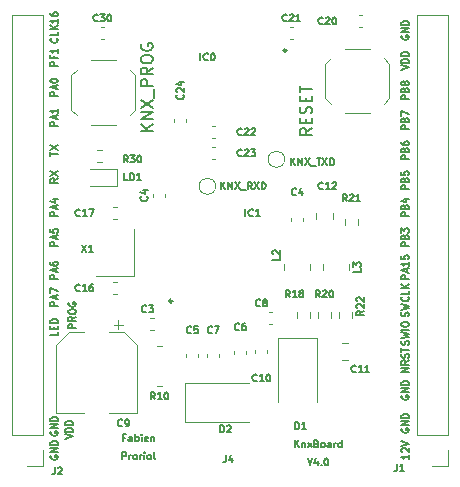
<source format=gbr>
%TF.GenerationSoftware,KiCad,Pcbnew,6.0.6*%
%TF.CreationDate,2022-11-11T11:54:06+01:00*%
%TF.ProjectId,KnxBoard,4b6e7842-6f61-4726-942e-6b696361645f,rev?*%
%TF.SameCoordinates,Original*%
%TF.FileFunction,Legend,Top*%
%TF.FilePolarity,Positive*%
%FSLAX46Y46*%
G04 Gerber Fmt 4.6, Leading zero omitted, Abs format (unit mm)*
G04 Created by KiCad (PCBNEW 6.0.6) date 2022-11-11 11:54:06*
%MOMM*%
%LPD*%
G01*
G04 APERTURE LIST*
%ADD10C,0.150000*%
%ADD11C,0.250000*%
%ADD12C,0.120000*%
G04 APERTURE END LIST*
D10*
X88346000Y-72847142D02*
X88317428Y-72904285D01*
X88317428Y-72990000D01*
X88346000Y-73075714D01*
X88403142Y-73132857D01*
X88460285Y-73161428D01*
X88574571Y-73190000D01*
X88660285Y-73190000D01*
X88774571Y-73161428D01*
X88831714Y-73132857D01*
X88888857Y-73075714D01*
X88917428Y-72990000D01*
X88917428Y-72932857D01*
X88888857Y-72847142D01*
X88860285Y-72818571D01*
X88660285Y-72818571D01*
X88660285Y-72932857D01*
X88917428Y-72561428D02*
X88317428Y-72561428D01*
X88917428Y-72218571D01*
X88317428Y-72218571D01*
X88917428Y-71932857D02*
X88317428Y-71932857D01*
X88317428Y-71790000D01*
X88346000Y-71704285D01*
X88403142Y-71647142D01*
X88460285Y-71618571D01*
X88574571Y-71590000D01*
X88660285Y-71590000D01*
X88774571Y-71618571D01*
X88831714Y-71647142D01*
X88888857Y-71704285D01*
X88917428Y-71790000D01*
X88917428Y-71932857D01*
X88346000Y-70815142D02*
X88317428Y-70872285D01*
X88317428Y-70958000D01*
X88346000Y-71043714D01*
X88403142Y-71100857D01*
X88460285Y-71129428D01*
X88574571Y-71158000D01*
X88660285Y-71158000D01*
X88774571Y-71129428D01*
X88831714Y-71100857D01*
X88888857Y-71043714D01*
X88917428Y-70958000D01*
X88917428Y-70900857D01*
X88888857Y-70815142D01*
X88860285Y-70786571D01*
X88660285Y-70786571D01*
X88660285Y-70900857D01*
X88917428Y-70529428D02*
X88317428Y-70529428D01*
X88917428Y-70186571D01*
X88317428Y-70186571D01*
X88917428Y-69900857D02*
X88317428Y-69900857D01*
X88317428Y-69758000D01*
X88346000Y-69672285D01*
X88403142Y-69615142D01*
X88460285Y-69586571D01*
X88574571Y-69558000D01*
X88660285Y-69558000D01*
X88774571Y-69586571D01*
X88831714Y-69615142D01*
X88888857Y-69672285D01*
X88917428Y-69758000D01*
X88917428Y-69900857D01*
X89587428Y-71412000D02*
X90187428Y-71212000D01*
X89587428Y-71012000D01*
X90187428Y-70812000D02*
X89587428Y-70812000D01*
X89587428Y-70669142D01*
X89616000Y-70583428D01*
X89673142Y-70526285D01*
X89730285Y-70497714D01*
X89844571Y-70469142D01*
X89930285Y-70469142D01*
X90044571Y-70497714D01*
X90101714Y-70526285D01*
X90158857Y-70583428D01*
X90187428Y-70669142D01*
X90187428Y-70812000D01*
X90187428Y-70212000D02*
X89587428Y-70212000D01*
X89587428Y-70069142D01*
X89616000Y-69983428D01*
X89673142Y-69926285D01*
X89730285Y-69897714D01*
X89844571Y-69869142D01*
X89930285Y-69869142D01*
X90044571Y-69897714D01*
X90101714Y-69926285D01*
X90158857Y-69983428D01*
X90187428Y-70069142D01*
X90187428Y-70212000D01*
X90441428Y-62031428D02*
X89841428Y-62031428D01*
X89841428Y-61802857D01*
X89870000Y-61745714D01*
X89898571Y-61717142D01*
X89955714Y-61688571D01*
X90041428Y-61688571D01*
X90098571Y-61717142D01*
X90127142Y-61745714D01*
X90155714Y-61802857D01*
X90155714Y-62031428D01*
X90441428Y-61088571D02*
X90155714Y-61288571D01*
X90441428Y-61431428D02*
X89841428Y-61431428D01*
X89841428Y-61202857D01*
X89870000Y-61145714D01*
X89898571Y-61117142D01*
X89955714Y-61088571D01*
X90041428Y-61088571D01*
X90098571Y-61117142D01*
X90127142Y-61145714D01*
X90155714Y-61202857D01*
X90155714Y-61431428D01*
X89841428Y-60717142D02*
X89841428Y-60602857D01*
X89870000Y-60545714D01*
X89927142Y-60488571D01*
X90041428Y-60460000D01*
X90241428Y-60460000D01*
X90355714Y-60488571D01*
X90412857Y-60545714D01*
X90441428Y-60602857D01*
X90441428Y-60717142D01*
X90412857Y-60774285D01*
X90355714Y-60831428D01*
X90241428Y-60860000D01*
X90041428Y-60860000D01*
X89927142Y-60831428D01*
X89870000Y-60774285D01*
X89841428Y-60717142D01*
X89870000Y-59888571D02*
X89841428Y-59945714D01*
X89841428Y-60031428D01*
X89870000Y-60117142D01*
X89927142Y-60174285D01*
X89984285Y-60202857D01*
X90098571Y-60231428D01*
X90184285Y-60231428D01*
X90298571Y-60202857D01*
X90355714Y-60174285D01*
X90412857Y-60117142D01*
X90441428Y-60031428D01*
X90441428Y-59974285D01*
X90412857Y-59888571D01*
X90384285Y-59860000D01*
X90184285Y-59860000D01*
X90184285Y-59974285D01*
X88917428Y-62361714D02*
X88917428Y-62647428D01*
X88317428Y-62647428D01*
X88603142Y-62161714D02*
X88603142Y-61961714D01*
X88917428Y-61876000D02*
X88917428Y-62161714D01*
X88317428Y-62161714D01*
X88317428Y-61876000D01*
X88917428Y-61618857D02*
X88317428Y-61618857D01*
X88317428Y-61476000D01*
X88346000Y-61390285D01*
X88403142Y-61333142D01*
X88460285Y-61304571D01*
X88574571Y-61276000D01*
X88660285Y-61276000D01*
X88774571Y-61304571D01*
X88831714Y-61333142D01*
X88888857Y-61390285D01*
X88917428Y-61476000D01*
X88917428Y-61618857D01*
X88917428Y-60136000D02*
X88317428Y-60136000D01*
X88317428Y-59907428D01*
X88346000Y-59850285D01*
X88374571Y-59821714D01*
X88431714Y-59793142D01*
X88517428Y-59793142D01*
X88574571Y-59821714D01*
X88603142Y-59850285D01*
X88631714Y-59907428D01*
X88631714Y-60136000D01*
X88746000Y-59564571D02*
X88746000Y-59278857D01*
X88917428Y-59621714D02*
X88317428Y-59421714D01*
X88917428Y-59221714D01*
X88317428Y-59078857D02*
X88317428Y-58678857D01*
X88917428Y-58936000D01*
X88917428Y-57850000D02*
X88317428Y-57850000D01*
X88317428Y-57621428D01*
X88346000Y-57564285D01*
X88374571Y-57535714D01*
X88431714Y-57507142D01*
X88517428Y-57507142D01*
X88574571Y-57535714D01*
X88603142Y-57564285D01*
X88631714Y-57621428D01*
X88631714Y-57850000D01*
X88746000Y-57278571D02*
X88746000Y-56992857D01*
X88917428Y-57335714D02*
X88317428Y-57135714D01*
X88917428Y-56935714D01*
X88317428Y-56478571D02*
X88317428Y-56592857D01*
X88346000Y-56650000D01*
X88374571Y-56678571D01*
X88460285Y-56735714D01*
X88574571Y-56764285D01*
X88803142Y-56764285D01*
X88860285Y-56735714D01*
X88888857Y-56707142D01*
X88917428Y-56650000D01*
X88917428Y-56535714D01*
X88888857Y-56478571D01*
X88860285Y-56450000D01*
X88803142Y-56421428D01*
X88660285Y-56421428D01*
X88603142Y-56450000D01*
X88574571Y-56478571D01*
X88546000Y-56535714D01*
X88546000Y-56650000D01*
X88574571Y-56707142D01*
X88603142Y-56735714D01*
X88660285Y-56764285D01*
X88917428Y-55056000D02*
X88317428Y-55056000D01*
X88317428Y-54827428D01*
X88346000Y-54770285D01*
X88374571Y-54741714D01*
X88431714Y-54713142D01*
X88517428Y-54713142D01*
X88574571Y-54741714D01*
X88603142Y-54770285D01*
X88631714Y-54827428D01*
X88631714Y-55056000D01*
X88746000Y-54484571D02*
X88746000Y-54198857D01*
X88917428Y-54541714D02*
X88317428Y-54341714D01*
X88917428Y-54141714D01*
X88317428Y-53656000D02*
X88317428Y-53941714D01*
X88603142Y-53970285D01*
X88574571Y-53941714D01*
X88546000Y-53884571D01*
X88546000Y-53741714D01*
X88574571Y-53684571D01*
X88603142Y-53656000D01*
X88660285Y-53627428D01*
X88803142Y-53627428D01*
X88860285Y-53656000D01*
X88888857Y-53684571D01*
X88917428Y-53741714D01*
X88917428Y-53884571D01*
X88888857Y-53941714D01*
X88860285Y-53970285D01*
X88917428Y-52516000D02*
X88317428Y-52516000D01*
X88317428Y-52287428D01*
X88346000Y-52230285D01*
X88374571Y-52201714D01*
X88431714Y-52173142D01*
X88517428Y-52173142D01*
X88574571Y-52201714D01*
X88603142Y-52230285D01*
X88631714Y-52287428D01*
X88631714Y-52516000D01*
X88746000Y-51944571D02*
X88746000Y-51658857D01*
X88917428Y-52001714D02*
X88317428Y-51801714D01*
X88917428Y-51601714D01*
X88517428Y-51144571D02*
X88917428Y-51144571D01*
X88288857Y-51287428D02*
X88717428Y-51430285D01*
X88717428Y-51058857D01*
X88917428Y-49376000D02*
X88631714Y-49576000D01*
X88917428Y-49718857D02*
X88317428Y-49718857D01*
X88317428Y-49490285D01*
X88346000Y-49433142D01*
X88374571Y-49404571D01*
X88431714Y-49376000D01*
X88517428Y-49376000D01*
X88574571Y-49404571D01*
X88603142Y-49433142D01*
X88631714Y-49490285D01*
X88631714Y-49718857D01*
X88317428Y-49176000D02*
X88917428Y-48776000D01*
X88317428Y-48776000D02*
X88917428Y-49176000D01*
X88317428Y-47447142D02*
X88317428Y-47104285D01*
X88917428Y-47275714D02*
X88317428Y-47275714D01*
X88317428Y-46961428D02*
X88917428Y-46561428D01*
X88317428Y-46561428D02*
X88917428Y-46961428D01*
X88917428Y-44896000D02*
X88317428Y-44896000D01*
X88317428Y-44667428D01*
X88346000Y-44610285D01*
X88374571Y-44581714D01*
X88431714Y-44553142D01*
X88517428Y-44553142D01*
X88574571Y-44581714D01*
X88603142Y-44610285D01*
X88631714Y-44667428D01*
X88631714Y-44896000D01*
X88746000Y-44324571D02*
X88746000Y-44038857D01*
X88917428Y-44381714D02*
X88317428Y-44181714D01*
X88917428Y-43981714D01*
X88917428Y-43467428D02*
X88917428Y-43810285D01*
X88917428Y-43638857D02*
X88317428Y-43638857D01*
X88403142Y-43696000D01*
X88460285Y-43753142D01*
X88488857Y-43810285D01*
X88917428Y-42356000D02*
X88317428Y-42356000D01*
X88317428Y-42127428D01*
X88346000Y-42070285D01*
X88374571Y-42041714D01*
X88431714Y-42013142D01*
X88517428Y-42013142D01*
X88574571Y-42041714D01*
X88603142Y-42070285D01*
X88631714Y-42127428D01*
X88631714Y-42356000D01*
X88746000Y-41784571D02*
X88746000Y-41498857D01*
X88917428Y-41841714D02*
X88317428Y-41641714D01*
X88917428Y-41441714D01*
X88317428Y-41127428D02*
X88317428Y-41070285D01*
X88346000Y-41013142D01*
X88374571Y-40984571D01*
X88431714Y-40956000D01*
X88546000Y-40927428D01*
X88688857Y-40927428D01*
X88803142Y-40956000D01*
X88860285Y-40984571D01*
X88888857Y-41013142D01*
X88917428Y-41070285D01*
X88917428Y-41127428D01*
X88888857Y-41184571D01*
X88860285Y-41213142D01*
X88803142Y-41241714D01*
X88688857Y-41270285D01*
X88546000Y-41270285D01*
X88431714Y-41241714D01*
X88374571Y-41213142D01*
X88346000Y-41184571D01*
X88317428Y-41127428D01*
X88917428Y-39816000D02*
X88317428Y-39816000D01*
X88317428Y-39587428D01*
X88346000Y-39530285D01*
X88374571Y-39501714D01*
X88431714Y-39473142D01*
X88517428Y-39473142D01*
X88574571Y-39501714D01*
X88603142Y-39530285D01*
X88631714Y-39587428D01*
X88631714Y-39816000D01*
X88603142Y-39016000D02*
X88603142Y-39216000D01*
X88917428Y-39216000D02*
X88317428Y-39216000D01*
X88317428Y-38930285D01*
X88917428Y-38387428D02*
X88917428Y-38730285D01*
X88917428Y-38558857D02*
X88317428Y-38558857D01*
X88403142Y-38616000D01*
X88460285Y-38673142D01*
X88488857Y-38730285D01*
X88860285Y-37504571D02*
X88888857Y-37533142D01*
X88917428Y-37618857D01*
X88917428Y-37676000D01*
X88888857Y-37761714D01*
X88831714Y-37818857D01*
X88774571Y-37847428D01*
X88660285Y-37876000D01*
X88574571Y-37876000D01*
X88460285Y-37847428D01*
X88403142Y-37818857D01*
X88346000Y-37761714D01*
X88317428Y-37676000D01*
X88317428Y-37618857D01*
X88346000Y-37533142D01*
X88374571Y-37504571D01*
X88917428Y-36961714D02*
X88917428Y-37247428D01*
X88317428Y-37247428D01*
X88917428Y-36761714D02*
X88317428Y-36761714D01*
X88917428Y-36418857D02*
X88574571Y-36676000D01*
X88317428Y-36418857D02*
X88660285Y-36761714D01*
X88917428Y-35847428D02*
X88917428Y-36190285D01*
X88917428Y-36018857D02*
X88317428Y-36018857D01*
X88403142Y-36076000D01*
X88460285Y-36133142D01*
X88488857Y-36190285D01*
X88317428Y-35333142D02*
X88317428Y-35447428D01*
X88346000Y-35504571D01*
X88374571Y-35533142D01*
X88460285Y-35590285D01*
X88574571Y-35618857D01*
X88803142Y-35618857D01*
X88860285Y-35590285D01*
X88888857Y-35561714D01*
X88917428Y-35504571D01*
X88917428Y-35390285D01*
X88888857Y-35333142D01*
X88860285Y-35304571D01*
X88803142Y-35276000D01*
X88660285Y-35276000D01*
X88603142Y-35304571D01*
X88574571Y-35333142D01*
X88546000Y-35390285D01*
X88546000Y-35504571D01*
X88574571Y-35561714D01*
X88603142Y-35590285D01*
X88660285Y-35618857D01*
X118635428Y-72761428D02*
X118635428Y-73104285D01*
X118635428Y-72932857D02*
X118035428Y-72932857D01*
X118121142Y-72990000D01*
X118178285Y-73047142D01*
X118206857Y-73104285D01*
X118092571Y-72532857D02*
X118064000Y-72504285D01*
X118035428Y-72447142D01*
X118035428Y-72304285D01*
X118064000Y-72247142D01*
X118092571Y-72218571D01*
X118149714Y-72190000D01*
X118206857Y-72190000D01*
X118292571Y-72218571D01*
X118635428Y-72561428D01*
X118635428Y-72190000D01*
X118035428Y-72018571D02*
X118635428Y-71818571D01*
X118035428Y-71618571D01*
X118064000Y-70561142D02*
X118035428Y-70618285D01*
X118035428Y-70704000D01*
X118064000Y-70789714D01*
X118121142Y-70846857D01*
X118178285Y-70875428D01*
X118292571Y-70904000D01*
X118378285Y-70904000D01*
X118492571Y-70875428D01*
X118549714Y-70846857D01*
X118606857Y-70789714D01*
X118635428Y-70704000D01*
X118635428Y-70646857D01*
X118606857Y-70561142D01*
X118578285Y-70532571D01*
X118378285Y-70532571D01*
X118378285Y-70646857D01*
X118635428Y-70275428D02*
X118035428Y-70275428D01*
X118635428Y-69932571D01*
X118035428Y-69932571D01*
X118635428Y-69646857D02*
X118035428Y-69646857D01*
X118035428Y-69504000D01*
X118064000Y-69418285D01*
X118121142Y-69361142D01*
X118178285Y-69332571D01*
X118292571Y-69304000D01*
X118378285Y-69304000D01*
X118492571Y-69332571D01*
X118549714Y-69361142D01*
X118606857Y-69418285D01*
X118635428Y-69504000D01*
X118635428Y-69646857D01*
X118064000Y-67767142D02*
X118035428Y-67824285D01*
X118035428Y-67910000D01*
X118064000Y-67995714D01*
X118121142Y-68052857D01*
X118178285Y-68081428D01*
X118292571Y-68110000D01*
X118378285Y-68110000D01*
X118492571Y-68081428D01*
X118549714Y-68052857D01*
X118606857Y-67995714D01*
X118635428Y-67910000D01*
X118635428Y-67852857D01*
X118606857Y-67767142D01*
X118578285Y-67738571D01*
X118378285Y-67738571D01*
X118378285Y-67852857D01*
X118635428Y-67481428D02*
X118035428Y-67481428D01*
X118635428Y-67138571D01*
X118035428Y-67138571D01*
X118635428Y-66852857D02*
X118035428Y-66852857D01*
X118035428Y-66710000D01*
X118064000Y-66624285D01*
X118121142Y-66567142D01*
X118178285Y-66538571D01*
X118292571Y-66510000D01*
X118378285Y-66510000D01*
X118492571Y-66538571D01*
X118549714Y-66567142D01*
X118606857Y-66624285D01*
X118635428Y-66710000D01*
X118635428Y-66852857D01*
X118635428Y-65755714D02*
X118035428Y-65755714D01*
X118635428Y-65412857D01*
X118035428Y-65412857D01*
X118635428Y-64784285D02*
X118349714Y-64984285D01*
X118635428Y-65127142D02*
X118035428Y-65127142D01*
X118035428Y-64898571D01*
X118064000Y-64841428D01*
X118092571Y-64812857D01*
X118149714Y-64784285D01*
X118235428Y-64784285D01*
X118292571Y-64812857D01*
X118321142Y-64841428D01*
X118349714Y-64898571D01*
X118349714Y-65127142D01*
X118606857Y-64555714D02*
X118635428Y-64470000D01*
X118635428Y-64327142D01*
X118606857Y-64270000D01*
X118578285Y-64241428D01*
X118521142Y-64212857D01*
X118464000Y-64212857D01*
X118406857Y-64241428D01*
X118378285Y-64270000D01*
X118349714Y-64327142D01*
X118321142Y-64441428D01*
X118292571Y-64498571D01*
X118264000Y-64527142D01*
X118206857Y-64555714D01*
X118149714Y-64555714D01*
X118092571Y-64527142D01*
X118064000Y-64498571D01*
X118035428Y-64441428D01*
X118035428Y-64298571D01*
X118064000Y-64212857D01*
X118035428Y-64041428D02*
X118035428Y-63698571D01*
X118635428Y-63870000D02*
X118035428Y-63870000D01*
X118606857Y-63455428D02*
X118635428Y-63369714D01*
X118635428Y-63226857D01*
X118606857Y-63169714D01*
X118578285Y-63141142D01*
X118521142Y-63112571D01*
X118464000Y-63112571D01*
X118406857Y-63141142D01*
X118378285Y-63169714D01*
X118349714Y-63226857D01*
X118321142Y-63341142D01*
X118292571Y-63398285D01*
X118264000Y-63426857D01*
X118206857Y-63455428D01*
X118149714Y-63455428D01*
X118092571Y-63426857D01*
X118064000Y-63398285D01*
X118035428Y-63341142D01*
X118035428Y-63198285D01*
X118064000Y-63112571D01*
X118035428Y-62912571D02*
X118635428Y-62769714D01*
X118206857Y-62655428D01*
X118635428Y-62541142D01*
X118035428Y-62398285D01*
X118635428Y-62169714D02*
X118035428Y-62169714D01*
X118035428Y-61769714D02*
X118035428Y-61655428D01*
X118064000Y-61598285D01*
X118121142Y-61541142D01*
X118235428Y-61512571D01*
X118435428Y-61512571D01*
X118549714Y-61541142D01*
X118606857Y-61598285D01*
X118635428Y-61655428D01*
X118635428Y-61769714D01*
X118606857Y-61826857D01*
X118549714Y-61884000D01*
X118435428Y-61912571D01*
X118235428Y-61912571D01*
X118121142Y-61884000D01*
X118064000Y-61826857D01*
X118035428Y-61769714D01*
X118606857Y-61047142D02*
X118635428Y-60961428D01*
X118635428Y-60818571D01*
X118606857Y-60761428D01*
X118578285Y-60732857D01*
X118521142Y-60704285D01*
X118464000Y-60704285D01*
X118406857Y-60732857D01*
X118378285Y-60761428D01*
X118349714Y-60818571D01*
X118321142Y-60932857D01*
X118292571Y-60990000D01*
X118264000Y-61018571D01*
X118206857Y-61047142D01*
X118149714Y-61047142D01*
X118092571Y-61018571D01*
X118064000Y-60990000D01*
X118035428Y-60932857D01*
X118035428Y-60790000D01*
X118064000Y-60704285D01*
X118035428Y-60504285D02*
X118635428Y-60361428D01*
X118206857Y-60247142D01*
X118635428Y-60132857D01*
X118035428Y-59990000D01*
X118578285Y-59418571D02*
X118606857Y-59447142D01*
X118635428Y-59532857D01*
X118635428Y-59590000D01*
X118606857Y-59675714D01*
X118549714Y-59732857D01*
X118492571Y-59761428D01*
X118378285Y-59790000D01*
X118292571Y-59790000D01*
X118178285Y-59761428D01*
X118121142Y-59732857D01*
X118064000Y-59675714D01*
X118035428Y-59590000D01*
X118035428Y-59532857D01*
X118064000Y-59447142D01*
X118092571Y-59418571D01*
X118635428Y-58875714D02*
X118635428Y-59161428D01*
X118035428Y-59161428D01*
X118635428Y-58675714D02*
X118035428Y-58675714D01*
X118635428Y-58332857D02*
X118292571Y-58590000D01*
X118035428Y-58332857D02*
X118378285Y-58675714D01*
X118635428Y-57881714D02*
X118035428Y-57881714D01*
X118035428Y-57653142D01*
X118064000Y-57596000D01*
X118092571Y-57567428D01*
X118149714Y-57538857D01*
X118235428Y-57538857D01*
X118292571Y-57567428D01*
X118321142Y-57596000D01*
X118349714Y-57653142D01*
X118349714Y-57881714D01*
X118464000Y-57310285D02*
X118464000Y-57024571D01*
X118635428Y-57367428D02*
X118035428Y-57167428D01*
X118635428Y-56967428D01*
X118635428Y-56453142D02*
X118635428Y-56796000D01*
X118635428Y-56624571D02*
X118035428Y-56624571D01*
X118121142Y-56681714D01*
X118178285Y-56738857D01*
X118206857Y-56796000D01*
X118035428Y-55910285D02*
X118035428Y-56196000D01*
X118321142Y-56224571D01*
X118292571Y-56196000D01*
X118264000Y-56138857D01*
X118264000Y-55996000D01*
X118292571Y-55938857D01*
X118321142Y-55910285D01*
X118378285Y-55881714D01*
X118521142Y-55881714D01*
X118578285Y-55910285D01*
X118606857Y-55938857D01*
X118635428Y-55996000D01*
X118635428Y-56138857D01*
X118606857Y-56196000D01*
X118578285Y-56224571D01*
X118635428Y-55098857D02*
X118035428Y-55098857D01*
X118035428Y-54870285D01*
X118064000Y-54813142D01*
X118092571Y-54784571D01*
X118149714Y-54756000D01*
X118235428Y-54756000D01*
X118292571Y-54784571D01*
X118321142Y-54813142D01*
X118349714Y-54870285D01*
X118349714Y-55098857D01*
X118321142Y-54298857D02*
X118349714Y-54213142D01*
X118378285Y-54184571D01*
X118435428Y-54156000D01*
X118521142Y-54156000D01*
X118578285Y-54184571D01*
X118606857Y-54213142D01*
X118635428Y-54270285D01*
X118635428Y-54498857D01*
X118035428Y-54498857D01*
X118035428Y-54298857D01*
X118064000Y-54241714D01*
X118092571Y-54213142D01*
X118149714Y-54184571D01*
X118206857Y-54184571D01*
X118264000Y-54213142D01*
X118292571Y-54241714D01*
X118321142Y-54298857D01*
X118321142Y-54498857D01*
X118035428Y-53956000D02*
X118035428Y-53584571D01*
X118264000Y-53784571D01*
X118264000Y-53698857D01*
X118292571Y-53641714D01*
X118321142Y-53613142D01*
X118378285Y-53584571D01*
X118521142Y-53584571D01*
X118578285Y-53613142D01*
X118606857Y-53641714D01*
X118635428Y-53698857D01*
X118635428Y-53870285D01*
X118606857Y-53927428D01*
X118578285Y-53956000D01*
X118635428Y-52558857D02*
X118035428Y-52558857D01*
X118035428Y-52330285D01*
X118064000Y-52273142D01*
X118092571Y-52244571D01*
X118149714Y-52216000D01*
X118235428Y-52216000D01*
X118292571Y-52244571D01*
X118321142Y-52273142D01*
X118349714Y-52330285D01*
X118349714Y-52558857D01*
X118321142Y-51758857D02*
X118349714Y-51673142D01*
X118378285Y-51644571D01*
X118435428Y-51616000D01*
X118521142Y-51616000D01*
X118578285Y-51644571D01*
X118606857Y-51673142D01*
X118635428Y-51730285D01*
X118635428Y-51958857D01*
X118035428Y-51958857D01*
X118035428Y-51758857D01*
X118064000Y-51701714D01*
X118092571Y-51673142D01*
X118149714Y-51644571D01*
X118206857Y-51644571D01*
X118264000Y-51673142D01*
X118292571Y-51701714D01*
X118321142Y-51758857D01*
X118321142Y-51958857D01*
X118235428Y-51101714D02*
X118635428Y-51101714D01*
X118006857Y-51244571D02*
X118435428Y-51387428D01*
X118435428Y-51016000D01*
X118635428Y-50272857D02*
X118035428Y-50272857D01*
X118035428Y-50044285D01*
X118064000Y-49987142D01*
X118092571Y-49958571D01*
X118149714Y-49930000D01*
X118235428Y-49930000D01*
X118292571Y-49958571D01*
X118321142Y-49987142D01*
X118349714Y-50044285D01*
X118349714Y-50272857D01*
X118321142Y-49472857D02*
X118349714Y-49387142D01*
X118378285Y-49358571D01*
X118435428Y-49330000D01*
X118521142Y-49330000D01*
X118578285Y-49358571D01*
X118606857Y-49387142D01*
X118635428Y-49444285D01*
X118635428Y-49672857D01*
X118035428Y-49672857D01*
X118035428Y-49472857D01*
X118064000Y-49415714D01*
X118092571Y-49387142D01*
X118149714Y-49358571D01*
X118206857Y-49358571D01*
X118264000Y-49387142D01*
X118292571Y-49415714D01*
X118321142Y-49472857D01*
X118321142Y-49672857D01*
X118035428Y-48787142D02*
X118035428Y-49072857D01*
X118321142Y-49101428D01*
X118292571Y-49072857D01*
X118264000Y-49015714D01*
X118264000Y-48872857D01*
X118292571Y-48815714D01*
X118321142Y-48787142D01*
X118378285Y-48758571D01*
X118521142Y-48758571D01*
X118578285Y-48787142D01*
X118606857Y-48815714D01*
X118635428Y-48872857D01*
X118635428Y-49015714D01*
X118606857Y-49072857D01*
X118578285Y-49101428D01*
X118635428Y-47732857D02*
X118035428Y-47732857D01*
X118035428Y-47504285D01*
X118064000Y-47447142D01*
X118092571Y-47418571D01*
X118149714Y-47390000D01*
X118235428Y-47390000D01*
X118292571Y-47418571D01*
X118321142Y-47447142D01*
X118349714Y-47504285D01*
X118349714Y-47732857D01*
X118321142Y-46932857D02*
X118349714Y-46847142D01*
X118378285Y-46818571D01*
X118435428Y-46790000D01*
X118521142Y-46790000D01*
X118578285Y-46818571D01*
X118606857Y-46847142D01*
X118635428Y-46904285D01*
X118635428Y-47132857D01*
X118035428Y-47132857D01*
X118035428Y-46932857D01*
X118064000Y-46875714D01*
X118092571Y-46847142D01*
X118149714Y-46818571D01*
X118206857Y-46818571D01*
X118264000Y-46847142D01*
X118292571Y-46875714D01*
X118321142Y-46932857D01*
X118321142Y-47132857D01*
X118035428Y-46275714D02*
X118035428Y-46390000D01*
X118064000Y-46447142D01*
X118092571Y-46475714D01*
X118178285Y-46532857D01*
X118292571Y-46561428D01*
X118521142Y-46561428D01*
X118578285Y-46532857D01*
X118606857Y-46504285D01*
X118635428Y-46447142D01*
X118635428Y-46332857D01*
X118606857Y-46275714D01*
X118578285Y-46247142D01*
X118521142Y-46218571D01*
X118378285Y-46218571D01*
X118321142Y-46247142D01*
X118292571Y-46275714D01*
X118264000Y-46332857D01*
X118264000Y-46447142D01*
X118292571Y-46504285D01*
X118321142Y-46532857D01*
X118378285Y-46561428D01*
X118635428Y-45192857D02*
X118035428Y-45192857D01*
X118035428Y-44964285D01*
X118064000Y-44907142D01*
X118092571Y-44878571D01*
X118149714Y-44850000D01*
X118235428Y-44850000D01*
X118292571Y-44878571D01*
X118321142Y-44907142D01*
X118349714Y-44964285D01*
X118349714Y-45192857D01*
X118321142Y-44392857D02*
X118349714Y-44307142D01*
X118378285Y-44278571D01*
X118435428Y-44250000D01*
X118521142Y-44250000D01*
X118578285Y-44278571D01*
X118606857Y-44307142D01*
X118635428Y-44364285D01*
X118635428Y-44592857D01*
X118035428Y-44592857D01*
X118035428Y-44392857D01*
X118064000Y-44335714D01*
X118092571Y-44307142D01*
X118149714Y-44278571D01*
X118206857Y-44278571D01*
X118264000Y-44307142D01*
X118292571Y-44335714D01*
X118321142Y-44392857D01*
X118321142Y-44592857D01*
X118035428Y-44050000D02*
X118035428Y-43650000D01*
X118635428Y-43907142D01*
X118635428Y-42652857D02*
X118035428Y-42652857D01*
X118035428Y-42424285D01*
X118064000Y-42367142D01*
X118092571Y-42338571D01*
X118149714Y-42310000D01*
X118235428Y-42310000D01*
X118292571Y-42338571D01*
X118321142Y-42367142D01*
X118349714Y-42424285D01*
X118349714Y-42652857D01*
X118321142Y-41852857D02*
X118349714Y-41767142D01*
X118378285Y-41738571D01*
X118435428Y-41710000D01*
X118521142Y-41710000D01*
X118578285Y-41738571D01*
X118606857Y-41767142D01*
X118635428Y-41824285D01*
X118635428Y-42052857D01*
X118035428Y-42052857D01*
X118035428Y-41852857D01*
X118064000Y-41795714D01*
X118092571Y-41767142D01*
X118149714Y-41738571D01*
X118206857Y-41738571D01*
X118264000Y-41767142D01*
X118292571Y-41795714D01*
X118321142Y-41852857D01*
X118321142Y-42052857D01*
X118292571Y-41367142D02*
X118264000Y-41424285D01*
X118235428Y-41452857D01*
X118178285Y-41481428D01*
X118149714Y-41481428D01*
X118092571Y-41452857D01*
X118064000Y-41424285D01*
X118035428Y-41367142D01*
X118035428Y-41252857D01*
X118064000Y-41195714D01*
X118092571Y-41167142D01*
X118149714Y-41138571D01*
X118178285Y-41138571D01*
X118235428Y-41167142D01*
X118264000Y-41195714D01*
X118292571Y-41252857D01*
X118292571Y-41367142D01*
X118321142Y-41424285D01*
X118349714Y-41452857D01*
X118406857Y-41481428D01*
X118521142Y-41481428D01*
X118578285Y-41452857D01*
X118606857Y-41424285D01*
X118635428Y-41367142D01*
X118635428Y-41252857D01*
X118606857Y-41195714D01*
X118578285Y-41167142D01*
X118521142Y-41138571D01*
X118406857Y-41138571D01*
X118349714Y-41167142D01*
X118321142Y-41195714D01*
X118292571Y-41252857D01*
X118035428Y-40170000D02*
X118635428Y-39970000D01*
X118035428Y-39770000D01*
X118635428Y-39570000D02*
X118035428Y-39570000D01*
X118035428Y-39427142D01*
X118064000Y-39341428D01*
X118121142Y-39284285D01*
X118178285Y-39255714D01*
X118292571Y-39227142D01*
X118378285Y-39227142D01*
X118492571Y-39255714D01*
X118549714Y-39284285D01*
X118606857Y-39341428D01*
X118635428Y-39427142D01*
X118635428Y-39570000D01*
X118635428Y-38970000D02*
X118035428Y-38970000D01*
X118035428Y-38827142D01*
X118064000Y-38741428D01*
X118121142Y-38684285D01*
X118178285Y-38655714D01*
X118292571Y-38627142D01*
X118378285Y-38627142D01*
X118492571Y-38655714D01*
X118549714Y-38684285D01*
X118606857Y-38741428D01*
X118635428Y-38827142D01*
X118635428Y-38970000D01*
X118064000Y-37287142D02*
X118035428Y-37344285D01*
X118035428Y-37430000D01*
X118064000Y-37515714D01*
X118121142Y-37572857D01*
X118178285Y-37601428D01*
X118292571Y-37630000D01*
X118378285Y-37630000D01*
X118492571Y-37601428D01*
X118549714Y-37572857D01*
X118606857Y-37515714D01*
X118635428Y-37430000D01*
X118635428Y-37372857D01*
X118606857Y-37287142D01*
X118578285Y-37258571D01*
X118378285Y-37258571D01*
X118378285Y-37372857D01*
X118635428Y-37001428D02*
X118035428Y-37001428D01*
X118635428Y-36658571D01*
X118035428Y-36658571D01*
X118635428Y-36372857D02*
X118035428Y-36372857D01*
X118035428Y-36230000D01*
X118064000Y-36144285D01*
X118121142Y-36087142D01*
X118178285Y-36058571D01*
X118292571Y-36030000D01*
X118378285Y-36030000D01*
X118492571Y-36058571D01*
X118549714Y-36087142D01*
X118606857Y-36144285D01*
X118635428Y-36230000D01*
X118635428Y-36372857D01*
X94386571Y-73169428D02*
X94386571Y-72569428D01*
X94615142Y-72569428D01*
X94672285Y-72598000D01*
X94700857Y-72626571D01*
X94729428Y-72683714D01*
X94729428Y-72769428D01*
X94700857Y-72826571D01*
X94672285Y-72855142D01*
X94615142Y-72883714D01*
X94386571Y-72883714D01*
X94986571Y-73169428D02*
X94986571Y-72769428D01*
X94986571Y-72883714D02*
X95015142Y-72826571D01*
X95043714Y-72798000D01*
X95100857Y-72769428D01*
X95158000Y-72769428D01*
X95443714Y-73169428D02*
X95386571Y-73140857D01*
X95358000Y-73112285D01*
X95329428Y-73055142D01*
X95329428Y-72883714D01*
X95358000Y-72826571D01*
X95386571Y-72798000D01*
X95443714Y-72769428D01*
X95529428Y-72769428D01*
X95586571Y-72798000D01*
X95615142Y-72826571D01*
X95643714Y-72883714D01*
X95643714Y-73055142D01*
X95615142Y-73112285D01*
X95586571Y-73140857D01*
X95529428Y-73169428D01*
X95443714Y-73169428D01*
X95900857Y-73169428D02*
X95900857Y-72769428D01*
X95900857Y-72883714D02*
X95929428Y-72826571D01*
X95958000Y-72798000D01*
X96015142Y-72769428D01*
X96072285Y-72769428D01*
X96272285Y-73169428D02*
X96272285Y-72769428D01*
X96272285Y-72569428D02*
X96243714Y-72598000D01*
X96272285Y-72626571D01*
X96300857Y-72598000D01*
X96272285Y-72569428D01*
X96272285Y-72626571D01*
X96643714Y-73169428D02*
X96586571Y-73140857D01*
X96558000Y-73112285D01*
X96529428Y-73055142D01*
X96529428Y-72883714D01*
X96558000Y-72826571D01*
X96586571Y-72798000D01*
X96643714Y-72769428D01*
X96729428Y-72769428D01*
X96786571Y-72798000D01*
X96815142Y-72826571D01*
X96843714Y-72883714D01*
X96843714Y-73055142D01*
X96815142Y-73112285D01*
X96786571Y-73140857D01*
X96729428Y-73169428D01*
X96643714Y-73169428D01*
X97186571Y-73169428D02*
X97129428Y-73140857D01*
X97100857Y-73083714D01*
X97100857Y-72569428D01*
X94629428Y-71331142D02*
X94429428Y-71331142D01*
X94429428Y-71645428D02*
X94429428Y-71045428D01*
X94715142Y-71045428D01*
X95200857Y-71645428D02*
X95200857Y-71331142D01*
X95172285Y-71274000D01*
X95115142Y-71245428D01*
X95000857Y-71245428D01*
X94943714Y-71274000D01*
X95200857Y-71616857D02*
X95143714Y-71645428D01*
X95000857Y-71645428D01*
X94943714Y-71616857D01*
X94915142Y-71559714D01*
X94915142Y-71502571D01*
X94943714Y-71445428D01*
X95000857Y-71416857D01*
X95143714Y-71416857D01*
X95200857Y-71388285D01*
X95486571Y-71645428D02*
X95486571Y-71045428D01*
X95486571Y-71274000D02*
X95543714Y-71245428D01*
X95658000Y-71245428D01*
X95715142Y-71274000D01*
X95743714Y-71302571D01*
X95772285Y-71359714D01*
X95772285Y-71531142D01*
X95743714Y-71588285D01*
X95715142Y-71616857D01*
X95658000Y-71645428D01*
X95543714Y-71645428D01*
X95486571Y-71616857D01*
X96029428Y-71645428D02*
X96029428Y-71245428D01*
X96029428Y-71045428D02*
X96000857Y-71074000D01*
X96029428Y-71102571D01*
X96058000Y-71074000D01*
X96029428Y-71045428D01*
X96029428Y-71102571D01*
X96543714Y-71616857D02*
X96486571Y-71645428D01*
X96372285Y-71645428D01*
X96315142Y-71616857D01*
X96286571Y-71559714D01*
X96286571Y-71331142D01*
X96315142Y-71274000D01*
X96372285Y-71245428D01*
X96486571Y-71245428D01*
X96543714Y-71274000D01*
X96572285Y-71331142D01*
X96572285Y-71388285D01*
X96286571Y-71445428D01*
X96829428Y-71245428D02*
X96829428Y-71645428D01*
X96829428Y-71302571D02*
X96858000Y-71274000D01*
X96915142Y-71245428D01*
X97000857Y-71245428D01*
X97058000Y-71274000D01*
X97086571Y-71331142D01*
X97086571Y-71645428D01*
X110083714Y-73077428D02*
X110283714Y-73677428D01*
X110483714Y-73077428D01*
X110940857Y-73277428D02*
X110940857Y-73677428D01*
X110798000Y-73048857D02*
X110655142Y-73477428D01*
X111026571Y-73477428D01*
X111255142Y-73620285D02*
X111283714Y-73648857D01*
X111255142Y-73677428D01*
X111226571Y-73648857D01*
X111255142Y-73620285D01*
X111255142Y-73677428D01*
X111655142Y-73077428D02*
X111712285Y-73077428D01*
X111769428Y-73106000D01*
X111798000Y-73134571D01*
X111826571Y-73191714D01*
X111855142Y-73306000D01*
X111855142Y-73448857D01*
X111826571Y-73563142D01*
X111798000Y-73620285D01*
X111769428Y-73648857D01*
X111712285Y-73677428D01*
X111655142Y-73677428D01*
X111598000Y-73648857D01*
X111569428Y-73620285D01*
X111540857Y-73563142D01*
X111512285Y-73448857D01*
X111512285Y-73306000D01*
X111540857Y-73191714D01*
X111569428Y-73134571D01*
X111598000Y-73106000D01*
X111655142Y-73077428D01*
X109026571Y-72153428D02*
X109026571Y-71553428D01*
X109369428Y-72153428D02*
X109112285Y-71810571D01*
X109369428Y-71553428D02*
X109026571Y-71896285D01*
X109626571Y-71753428D02*
X109626571Y-72153428D01*
X109626571Y-71810571D02*
X109655142Y-71782000D01*
X109712285Y-71753428D01*
X109798000Y-71753428D01*
X109855142Y-71782000D01*
X109883714Y-71839142D01*
X109883714Y-72153428D01*
X110112285Y-72153428D02*
X110426571Y-71753428D01*
X110112285Y-71753428D02*
X110426571Y-72153428D01*
X110855142Y-71839142D02*
X110940857Y-71867714D01*
X110969428Y-71896285D01*
X110998000Y-71953428D01*
X110998000Y-72039142D01*
X110969428Y-72096285D01*
X110940857Y-72124857D01*
X110883714Y-72153428D01*
X110655142Y-72153428D01*
X110655142Y-71553428D01*
X110855142Y-71553428D01*
X110912285Y-71582000D01*
X110940857Y-71610571D01*
X110969428Y-71667714D01*
X110969428Y-71724857D01*
X110940857Y-71782000D01*
X110912285Y-71810571D01*
X110855142Y-71839142D01*
X110655142Y-71839142D01*
X111340857Y-72153428D02*
X111283714Y-72124857D01*
X111255142Y-72096285D01*
X111226571Y-72039142D01*
X111226571Y-71867714D01*
X111255142Y-71810571D01*
X111283714Y-71782000D01*
X111340857Y-71753428D01*
X111426571Y-71753428D01*
X111483714Y-71782000D01*
X111512285Y-71810571D01*
X111540857Y-71867714D01*
X111540857Y-72039142D01*
X111512285Y-72096285D01*
X111483714Y-72124857D01*
X111426571Y-72153428D01*
X111340857Y-72153428D01*
X112055142Y-72153428D02*
X112055142Y-71839142D01*
X112026571Y-71782000D01*
X111969428Y-71753428D01*
X111855142Y-71753428D01*
X111798000Y-71782000D01*
X112055142Y-72124857D02*
X111998000Y-72153428D01*
X111855142Y-72153428D01*
X111798000Y-72124857D01*
X111769428Y-72067714D01*
X111769428Y-72010571D01*
X111798000Y-71953428D01*
X111855142Y-71924857D01*
X111998000Y-71924857D01*
X112055142Y-71896285D01*
X112340857Y-72153428D02*
X112340857Y-71753428D01*
X112340857Y-71867714D02*
X112369428Y-71810571D01*
X112398000Y-71782000D01*
X112455142Y-71753428D01*
X112512285Y-71753428D01*
X112969428Y-72153428D02*
X112969428Y-71553428D01*
X112969428Y-72124857D02*
X112912285Y-72153428D01*
X112798000Y-72153428D01*
X112740857Y-72124857D01*
X112712285Y-72096285D01*
X112683714Y-72039142D01*
X112683714Y-71867714D01*
X112712285Y-71810571D01*
X112740857Y-71782000D01*
X112798000Y-71753428D01*
X112912285Y-71753428D01*
X112969428Y-71782000D01*
%TO.C,IC0*%
X101014285Y-39387428D02*
X101014285Y-38787428D01*
X101642857Y-39330285D02*
X101614285Y-39358857D01*
X101528571Y-39387428D01*
X101471428Y-39387428D01*
X101385714Y-39358857D01*
X101328571Y-39301714D01*
X101300000Y-39244571D01*
X101271428Y-39130285D01*
X101271428Y-39044571D01*
X101300000Y-38930285D01*
X101328571Y-38873142D01*
X101385714Y-38816000D01*
X101471428Y-38787428D01*
X101528571Y-38787428D01*
X101614285Y-38816000D01*
X101642857Y-38844571D01*
X102014285Y-38787428D02*
X102071428Y-38787428D01*
X102128571Y-38816000D01*
X102157142Y-38844571D01*
X102185714Y-38901714D01*
X102214285Y-39016000D01*
X102214285Y-39158857D01*
X102185714Y-39273142D01*
X102157142Y-39330285D01*
X102128571Y-39358857D01*
X102071428Y-39387428D01*
X102014285Y-39387428D01*
X101957142Y-39358857D01*
X101928571Y-39330285D01*
X101900000Y-39273142D01*
X101871428Y-39158857D01*
X101871428Y-39016000D01*
X101900000Y-38901714D01*
X101928571Y-38844571D01*
X101957142Y-38816000D01*
X102014285Y-38787428D01*
%TO.C,C23*%
X104516285Y-47458285D02*
X104487714Y-47486857D01*
X104402000Y-47515428D01*
X104344857Y-47515428D01*
X104259142Y-47486857D01*
X104202000Y-47429714D01*
X104173428Y-47372571D01*
X104144857Y-47258285D01*
X104144857Y-47172571D01*
X104173428Y-47058285D01*
X104202000Y-47001142D01*
X104259142Y-46944000D01*
X104344857Y-46915428D01*
X104402000Y-46915428D01*
X104487714Y-46944000D01*
X104516285Y-46972571D01*
X104744857Y-46972571D02*
X104773428Y-46944000D01*
X104830571Y-46915428D01*
X104973428Y-46915428D01*
X105030571Y-46944000D01*
X105059142Y-46972571D01*
X105087714Y-47029714D01*
X105087714Y-47086857D01*
X105059142Y-47172571D01*
X104716285Y-47515428D01*
X105087714Y-47515428D01*
X105287714Y-46915428D02*
X105659142Y-46915428D01*
X105459142Y-47144000D01*
X105544857Y-47144000D01*
X105602000Y-47172571D01*
X105630571Y-47201142D01*
X105659142Y-47258285D01*
X105659142Y-47401142D01*
X105630571Y-47458285D01*
X105602000Y-47486857D01*
X105544857Y-47515428D01*
X105373428Y-47515428D01*
X105316285Y-47486857D01*
X105287714Y-47458285D01*
%TO.C,C11*%
X114168285Y-65746285D02*
X114139714Y-65774857D01*
X114054000Y-65803428D01*
X113996857Y-65803428D01*
X113911142Y-65774857D01*
X113854000Y-65717714D01*
X113825428Y-65660571D01*
X113796857Y-65546285D01*
X113796857Y-65460571D01*
X113825428Y-65346285D01*
X113854000Y-65289142D01*
X113911142Y-65232000D01*
X113996857Y-65203428D01*
X114054000Y-65203428D01*
X114139714Y-65232000D01*
X114168285Y-65260571D01*
X114739714Y-65803428D02*
X114396857Y-65803428D01*
X114568285Y-65803428D02*
X114568285Y-65203428D01*
X114511142Y-65289142D01*
X114454000Y-65346285D01*
X114396857Y-65374857D01*
X115311142Y-65803428D02*
X114968285Y-65803428D01*
X115139714Y-65803428D02*
X115139714Y-65203428D01*
X115082571Y-65289142D01*
X115025428Y-65346285D01*
X114968285Y-65374857D01*
%TO.C,D2*%
X102681142Y-70883428D02*
X102681142Y-70283428D01*
X102824000Y-70283428D01*
X102909714Y-70312000D01*
X102966857Y-70369142D01*
X102995428Y-70426285D01*
X103024000Y-70540571D01*
X103024000Y-70626285D01*
X102995428Y-70740571D01*
X102966857Y-70797714D01*
X102909714Y-70854857D01*
X102824000Y-70883428D01*
X102681142Y-70883428D01*
X103252571Y-70340571D02*
X103281142Y-70312000D01*
X103338285Y-70283428D01*
X103481142Y-70283428D01*
X103538285Y-70312000D01*
X103566857Y-70340571D01*
X103595428Y-70397714D01*
X103595428Y-70454857D01*
X103566857Y-70540571D01*
X103224000Y-70883428D01*
X103595428Y-70883428D01*
%TO.C,TP1*%
X102776571Y-50309428D02*
X102776571Y-49709428D01*
X103119428Y-50309428D02*
X102862285Y-49966571D01*
X103119428Y-49709428D02*
X102776571Y-50052285D01*
X103376571Y-50309428D02*
X103376571Y-49709428D01*
X103719428Y-50309428D01*
X103719428Y-49709428D01*
X103948000Y-49709428D02*
X104348000Y-50309428D01*
X104348000Y-49709428D02*
X103948000Y-50309428D01*
X104433714Y-50366571D02*
X104890857Y-50366571D01*
X105376571Y-50309428D02*
X105176571Y-50023714D01*
X105033714Y-50309428D02*
X105033714Y-49709428D01*
X105262285Y-49709428D01*
X105319428Y-49738000D01*
X105348000Y-49766571D01*
X105376571Y-49823714D01*
X105376571Y-49909428D01*
X105348000Y-49966571D01*
X105319428Y-49995142D01*
X105262285Y-50023714D01*
X105033714Y-50023714D01*
X105576571Y-49709428D02*
X105976571Y-50309428D01*
X105976571Y-49709428D02*
X105576571Y-50309428D01*
X106205142Y-50309428D02*
X106205142Y-49709428D01*
X106348000Y-49709428D01*
X106433714Y-49738000D01*
X106490857Y-49795142D01*
X106519428Y-49852285D01*
X106548000Y-49966571D01*
X106548000Y-50052285D01*
X106519428Y-50166571D01*
X106490857Y-50223714D01*
X106433714Y-50280857D01*
X106348000Y-50309428D01*
X106205142Y-50309428D01*
%TO.C,C5*%
X100230000Y-62444285D02*
X100201428Y-62472857D01*
X100115714Y-62501428D01*
X100058571Y-62501428D01*
X99972857Y-62472857D01*
X99915714Y-62415714D01*
X99887142Y-62358571D01*
X99858571Y-62244285D01*
X99858571Y-62158571D01*
X99887142Y-62044285D01*
X99915714Y-61987142D01*
X99972857Y-61930000D01*
X100058571Y-61901428D01*
X100115714Y-61901428D01*
X100201428Y-61930000D01*
X100230000Y-61958571D01*
X100772857Y-61901428D02*
X100487142Y-61901428D01*
X100458571Y-62187142D01*
X100487142Y-62158571D01*
X100544285Y-62130000D01*
X100687142Y-62130000D01*
X100744285Y-62158571D01*
X100772857Y-62187142D01*
X100801428Y-62244285D01*
X100801428Y-62387142D01*
X100772857Y-62444285D01*
X100744285Y-62472857D01*
X100687142Y-62501428D01*
X100544285Y-62501428D01*
X100487142Y-62472857D01*
X100458571Y-62444285D01*
%TO.C,IC1*%
X104824285Y-52595428D02*
X104824285Y-51995428D01*
X105452857Y-52538285D02*
X105424285Y-52566857D01*
X105338571Y-52595428D01*
X105281428Y-52595428D01*
X105195714Y-52566857D01*
X105138571Y-52509714D01*
X105110000Y-52452571D01*
X105081428Y-52338285D01*
X105081428Y-52252571D01*
X105110000Y-52138285D01*
X105138571Y-52081142D01*
X105195714Y-52024000D01*
X105281428Y-51995428D01*
X105338571Y-51995428D01*
X105424285Y-52024000D01*
X105452857Y-52052571D01*
X106024285Y-52595428D02*
X105681428Y-52595428D01*
X105852857Y-52595428D02*
X105852857Y-51995428D01*
X105795714Y-52081142D01*
X105738571Y-52138285D01*
X105681428Y-52166857D01*
%TO.C,L2*%
X107713428Y-55980000D02*
X107713428Y-56265714D01*
X107113428Y-56265714D01*
X107170571Y-55808571D02*
X107142000Y-55780000D01*
X107113428Y-55722857D01*
X107113428Y-55580000D01*
X107142000Y-55522857D01*
X107170571Y-55494285D01*
X107227714Y-55465714D01*
X107284857Y-55465714D01*
X107370571Y-55494285D01*
X107713428Y-55837142D01*
X107713428Y-55465714D01*
%TO.C,C10*%
X105786285Y-66508285D02*
X105757714Y-66536857D01*
X105672000Y-66565428D01*
X105614857Y-66565428D01*
X105529142Y-66536857D01*
X105472000Y-66479714D01*
X105443428Y-66422571D01*
X105414857Y-66308285D01*
X105414857Y-66222571D01*
X105443428Y-66108285D01*
X105472000Y-66051142D01*
X105529142Y-65994000D01*
X105614857Y-65965428D01*
X105672000Y-65965428D01*
X105757714Y-65994000D01*
X105786285Y-66022571D01*
X106357714Y-66565428D02*
X106014857Y-66565428D01*
X106186285Y-66565428D02*
X106186285Y-65965428D01*
X106129142Y-66051142D01*
X106072000Y-66108285D01*
X106014857Y-66136857D01*
X106729142Y-65965428D02*
X106786285Y-65965428D01*
X106843428Y-65994000D01*
X106872000Y-66022571D01*
X106900571Y-66079714D01*
X106929142Y-66194000D01*
X106929142Y-66336857D01*
X106900571Y-66451142D01*
X106872000Y-66508285D01*
X106843428Y-66536857D01*
X106786285Y-66565428D01*
X106729142Y-66565428D01*
X106672000Y-66536857D01*
X106643428Y-66508285D01*
X106614857Y-66451142D01*
X106586285Y-66336857D01*
X106586285Y-66194000D01*
X106614857Y-66079714D01*
X106643428Y-66022571D01*
X106672000Y-65994000D01*
X106729142Y-65965428D01*
%TO.C,C17*%
X90800285Y-52538285D02*
X90771714Y-52566857D01*
X90686000Y-52595428D01*
X90628857Y-52595428D01*
X90543142Y-52566857D01*
X90486000Y-52509714D01*
X90457428Y-52452571D01*
X90428857Y-52338285D01*
X90428857Y-52252571D01*
X90457428Y-52138285D01*
X90486000Y-52081142D01*
X90543142Y-52024000D01*
X90628857Y-51995428D01*
X90686000Y-51995428D01*
X90771714Y-52024000D01*
X90800285Y-52052571D01*
X91371714Y-52595428D02*
X91028857Y-52595428D01*
X91200285Y-52595428D02*
X91200285Y-51995428D01*
X91143142Y-52081142D01*
X91086000Y-52138285D01*
X91028857Y-52166857D01*
X91571714Y-51995428D02*
X91971714Y-51995428D01*
X91714571Y-52595428D01*
%TO.C,C4*%
X96480285Y-50900000D02*
X96508857Y-50928571D01*
X96537428Y-51014285D01*
X96537428Y-51071428D01*
X96508857Y-51157142D01*
X96451714Y-51214285D01*
X96394571Y-51242857D01*
X96280285Y-51271428D01*
X96194571Y-51271428D01*
X96080285Y-51242857D01*
X96023142Y-51214285D01*
X95966000Y-51157142D01*
X95937428Y-51071428D01*
X95937428Y-51014285D01*
X95966000Y-50928571D01*
X95994571Y-50900000D01*
X96137428Y-50385714D02*
X96537428Y-50385714D01*
X95908857Y-50528571D02*
X96337428Y-50671428D01*
X96337428Y-50300000D01*
%TO.C,C12*%
X111374285Y-50252285D02*
X111345714Y-50280857D01*
X111260000Y-50309428D01*
X111202857Y-50309428D01*
X111117142Y-50280857D01*
X111060000Y-50223714D01*
X111031428Y-50166571D01*
X111002857Y-50052285D01*
X111002857Y-49966571D01*
X111031428Y-49852285D01*
X111060000Y-49795142D01*
X111117142Y-49738000D01*
X111202857Y-49709428D01*
X111260000Y-49709428D01*
X111345714Y-49738000D01*
X111374285Y-49766571D01*
X111945714Y-50309428D02*
X111602857Y-50309428D01*
X111774285Y-50309428D02*
X111774285Y-49709428D01*
X111717142Y-49795142D01*
X111660000Y-49852285D01*
X111602857Y-49880857D01*
X112174285Y-49766571D02*
X112202857Y-49738000D01*
X112260000Y-49709428D01*
X112402857Y-49709428D01*
X112460000Y-49738000D01*
X112488571Y-49766571D01*
X112517142Y-49823714D01*
X112517142Y-49880857D01*
X112488571Y-49966571D01*
X112145714Y-50309428D01*
X112517142Y-50309428D01*
%TO.C,C20*%
X111374285Y-36282285D02*
X111345714Y-36310857D01*
X111260000Y-36339428D01*
X111202857Y-36339428D01*
X111117142Y-36310857D01*
X111060000Y-36253714D01*
X111031428Y-36196571D01*
X111002857Y-36082285D01*
X111002857Y-35996571D01*
X111031428Y-35882285D01*
X111060000Y-35825142D01*
X111117142Y-35768000D01*
X111202857Y-35739428D01*
X111260000Y-35739428D01*
X111345714Y-35768000D01*
X111374285Y-35796571D01*
X111602857Y-35796571D02*
X111631428Y-35768000D01*
X111688571Y-35739428D01*
X111831428Y-35739428D01*
X111888571Y-35768000D01*
X111917142Y-35796571D01*
X111945714Y-35853714D01*
X111945714Y-35910857D01*
X111917142Y-35996571D01*
X111574285Y-36339428D01*
X111945714Y-36339428D01*
X112317142Y-35739428D02*
X112374285Y-35739428D01*
X112431428Y-35768000D01*
X112460000Y-35796571D01*
X112488571Y-35853714D01*
X112517142Y-35968000D01*
X112517142Y-36110857D01*
X112488571Y-36225142D01*
X112460000Y-36282285D01*
X112431428Y-36310857D01*
X112374285Y-36339428D01*
X112317142Y-36339428D01*
X112260000Y-36310857D01*
X112231428Y-36282285D01*
X112202857Y-36225142D01*
X112174285Y-36110857D01*
X112174285Y-35968000D01*
X112202857Y-35853714D01*
X112231428Y-35796571D01*
X112260000Y-35768000D01*
X112317142Y-35739428D01*
%TO.C,J1*%
X117656000Y-73585428D02*
X117656000Y-74014000D01*
X117627428Y-74099714D01*
X117570285Y-74156857D01*
X117484571Y-74185428D01*
X117427428Y-74185428D01*
X118256000Y-74185428D02*
X117913142Y-74185428D01*
X118084571Y-74185428D02*
X118084571Y-73585428D01*
X118027428Y-73671142D01*
X117970285Y-73728285D01*
X117913142Y-73756857D01*
%TO.C,C21*%
X108326285Y-36028285D02*
X108297714Y-36056857D01*
X108212000Y-36085428D01*
X108154857Y-36085428D01*
X108069142Y-36056857D01*
X108012000Y-35999714D01*
X107983428Y-35942571D01*
X107954857Y-35828285D01*
X107954857Y-35742571D01*
X107983428Y-35628285D01*
X108012000Y-35571142D01*
X108069142Y-35514000D01*
X108154857Y-35485428D01*
X108212000Y-35485428D01*
X108297714Y-35514000D01*
X108326285Y-35542571D01*
X108554857Y-35542571D02*
X108583428Y-35514000D01*
X108640571Y-35485428D01*
X108783428Y-35485428D01*
X108840571Y-35514000D01*
X108869142Y-35542571D01*
X108897714Y-35599714D01*
X108897714Y-35656857D01*
X108869142Y-35742571D01*
X108526285Y-36085428D01*
X108897714Y-36085428D01*
X109469142Y-36085428D02*
X109126285Y-36085428D01*
X109297714Y-36085428D02*
X109297714Y-35485428D01*
X109240571Y-35571142D01*
X109183428Y-35628285D01*
X109126285Y-35656857D01*
%TO.C,C7*%
X102008000Y-62444285D02*
X101979428Y-62472857D01*
X101893714Y-62501428D01*
X101836571Y-62501428D01*
X101750857Y-62472857D01*
X101693714Y-62415714D01*
X101665142Y-62358571D01*
X101636571Y-62244285D01*
X101636571Y-62158571D01*
X101665142Y-62044285D01*
X101693714Y-61987142D01*
X101750857Y-61930000D01*
X101836571Y-61901428D01*
X101893714Y-61901428D01*
X101979428Y-61930000D01*
X102008000Y-61958571D01*
X102208000Y-61901428D02*
X102608000Y-61901428D01*
X102350857Y-62501428D01*
%TO.C,B0*%
X110434380Y-45140380D02*
X109958190Y-45473714D01*
X110434380Y-45711809D02*
X109434380Y-45711809D01*
X109434380Y-45330857D01*
X109482000Y-45235619D01*
X109529619Y-45188000D01*
X109624857Y-45140380D01*
X109767714Y-45140380D01*
X109862952Y-45188000D01*
X109910571Y-45235619D01*
X109958190Y-45330857D01*
X109958190Y-45711809D01*
X109910571Y-44711809D02*
X109910571Y-44378476D01*
X110434380Y-44235619D02*
X110434380Y-44711809D01*
X109434380Y-44711809D01*
X109434380Y-44235619D01*
X110386761Y-43854666D02*
X110434380Y-43711809D01*
X110434380Y-43473714D01*
X110386761Y-43378476D01*
X110339142Y-43330857D01*
X110243904Y-43283238D01*
X110148666Y-43283238D01*
X110053428Y-43330857D01*
X110005809Y-43378476D01*
X109958190Y-43473714D01*
X109910571Y-43664190D01*
X109862952Y-43759428D01*
X109815333Y-43807047D01*
X109720095Y-43854666D01*
X109624857Y-43854666D01*
X109529619Y-43807047D01*
X109482000Y-43759428D01*
X109434380Y-43664190D01*
X109434380Y-43426095D01*
X109482000Y-43283238D01*
X109910571Y-42854666D02*
X109910571Y-42521333D01*
X110434380Y-42378476D02*
X110434380Y-42854666D01*
X109434380Y-42854666D01*
X109434380Y-42378476D01*
X109434380Y-42092761D02*
X109434380Y-41521333D01*
X110434380Y-41807047D02*
X109434380Y-41807047D01*
%TO.C,C9*%
X94388000Y-70318285D02*
X94359428Y-70346857D01*
X94273714Y-70375428D01*
X94216571Y-70375428D01*
X94130857Y-70346857D01*
X94073714Y-70289714D01*
X94045142Y-70232571D01*
X94016571Y-70118285D01*
X94016571Y-70032571D01*
X94045142Y-69918285D01*
X94073714Y-69861142D01*
X94130857Y-69804000D01*
X94216571Y-69775428D01*
X94273714Y-69775428D01*
X94359428Y-69804000D01*
X94388000Y-69832571D01*
X94673714Y-70375428D02*
X94788000Y-70375428D01*
X94845142Y-70346857D01*
X94873714Y-70318285D01*
X94930857Y-70232571D01*
X94959428Y-70118285D01*
X94959428Y-69889714D01*
X94930857Y-69832571D01*
X94902285Y-69804000D01*
X94845142Y-69775428D01*
X94730857Y-69775428D01*
X94673714Y-69804000D01*
X94645142Y-69832571D01*
X94616571Y-69889714D01*
X94616571Y-70032571D01*
X94645142Y-70089714D01*
X94673714Y-70118285D01*
X94730857Y-70146857D01*
X94845142Y-70146857D01*
X94902285Y-70118285D01*
X94930857Y-70089714D01*
X94959428Y-70032571D01*
%TO.C,J2*%
X88700000Y-73839428D02*
X88700000Y-74268000D01*
X88671428Y-74353714D01*
X88614285Y-74410857D01*
X88528571Y-74439428D01*
X88471428Y-74439428D01*
X88957142Y-73896571D02*
X88985714Y-73868000D01*
X89042857Y-73839428D01*
X89185714Y-73839428D01*
X89242857Y-73868000D01*
X89271428Y-73896571D01*
X89300000Y-73953714D01*
X89300000Y-74010857D01*
X89271428Y-74096571D01*
X88928571Y-74439428D01*
X89300000Y-74439428D01*
%TO.C,C16*%
X90800285Y-58888285D02*
X90771714Y-58916857D01*
X90686000Y-58945428D01*
X90628857Y-58945428D01*
X90543142Y-58916857D01*
X90486000Y-58859714D01*
X90457428Y-58802571D01*
X90428857Y-58688285D01*
X90428857Y-58602571D01*
X90457428Y-58488285D01*
X90486000Y-58431142D01*
X90543142Y-58374000D01*
X90628857Y-58345428D01*
X90686000Y-58345428D01*
X90771714Y-58374000D01*
X90800285Y-58402571D01*
X91371714Y-58945428D02*
X91028857Y-58945428D01*
X91200285Y-58945428D02*
X91200285Y-58345428D01*
X91143142Y-58431142D01*
X91086000Y-58488285D01*
X91028857Y-58516857D01*
X91886000Y-58345428D02*
X91771714Y-58345428D01*
X91714571Y-58374000D01*
X91686000Y-58402571D01*
X91628857Y-58488285D01*
X91600285Y-58602571D01*
X91600285Y-58831142D01*
X91628857Y-58888285D01*
X91657428Y-58916857D01*
X91714571Y-58945428D01*
X91828857Y-58945428D01*
X91886000Y-58916857D01*
X91914571Y-58888285D01*
X91943142Y-58831142D01*
X91943142Y-58688285D01*
X91914571Y-58631142D01*
X91886000Y-58602571D01*
X91828857Y-58574000D01*
X91714571Y-58574000D01*
X91657428Y-58602571D01*
X91628857Y-58631142D01*
X91600285Y-58688285D01*
%TO.C,TP2*%
X108690000Y-48277428D02*
X108690000Y-47677428D01*
X109032857Y-48277428D02*
X108775714Y-47934571D01*
X109032857Y-47677428D02*
X108690000Y-48020285D01*
X109290000Y-48277428D02*
X109290000Y-47677428D01*
X109632857Y-48277428D01*
X109632857Y-47677428D01*
X109861428Y-47677428D02*
X110261428Y-48277428D01*
X110261428Y-47677428D02*
X109861428Y-48277428D01*
X110347142Y-48334571D02*
X110804285Y-48334571D01*
X110861428Y-47677428D02*
X111204285Y-47677428D01*
X111032857Y-48277428D02*
X111032857Y-47677428D01*
X111347142Y-47677428D02*
X111747142Y-48277428D01*
X111747142Y-47677428D02*
X111347142Y-48277428D01*
X111975714Y-48277428D02*
X111975714Y-47677428D01*
X112118571Y-47677428D01*
X112204285Y-47706000D01*
X112261428Y-47763142D01*
X112290000Y-47820285D01*
X112318571Y-47934571D01*
X112318571Y-48020285D01*
X112290000Y-48134571D01*
X112261428Y-48191714D01*
X112204285Y-48248857D01*
X112118571Y-48277428D01*
X111975714Y-48277428D01*
%TO.C,C3*%
X96420000Y-60666285D02*
X96391428Y-60694857D01*
X96305714Y-60723428D01*
X96248571Y-60723428D01*
X96162857Y-60694857D01*
X96105714Y-60637714D01*
X96077142Y-60580571D01*
X96048571Y-60466285D01*
X96048571Y-60380571D01*
X96077142Y-60266285D01*
X96105714Y-60209142D01*
X96162857Y-60152000D01*
X96248571Y-60123428D01*
X96305714Y-60123428D01*
X96391428Y-60152000D01*
X96420000Y-60180571D01*
X96620000Y-60123428D02*
X96991428Y-60123428D01*
X96791428Y-60352000D01*
X96877142Y-60352000D01*
X96934285Y-60380571D01*
X96962857Y-60409142D01*
X96991428Y-60466285D01*
X96991428Y-60609142D01*
X96962857Y-60666285D01*
X96934285Y-60694857D01*
X96877142Y-60723428D01*
X96705714Y-60723428D01*
X96648571Y-60694857D01*
X96620000Y-60666285D01*
%TO.C,J4*%
X103178000Y-72823428D02*
X103178000Y-73252000D01*
X103149428Y-73337714D01*
X103092285Y-73394857D01*
X103006571Y-73423428D01*
X102949428Y-73423428D01*
X103720857Y-73023428D02*
X103720857Y-73423428D01*
X103578000Y-72794857D02*
X103435142Y-73223428D01*
X103806571Y-73223428D01*
%TO.C,D1*%
X109031142Y-70629428D02*
X109031142Y-70029428D01*
X109174000Y-70029428D01*
X109259714Y-70058000D01*
X109316857Y-70115142D01*
X109345428Y-70172285D01*
X109374000Y-70286571D01*
X109374000Y-70372285D01*
X109345428Y-70486571D01*
X109316857Y-70543714D01*
X109259714Y-70600857D01*
X109174000Y-70629428D01*
X109031142Y-70629428D01*
X109945428Y-70629428D02*
X109602571Y-70629428D01*
X109774000Y-70629428D02*
X109774000Y-70029428D01*
X109716857Y-70115142D01*
X109659714Y-70172285D01*
X109602571Y-70200857D01*
%TO.C,X1*%
X90954285Y-55043428D02*
X91354285Y-55643428D01*
X91354285Y-55043428D02*
X90954285Y-55643428D01*
X91897142Y-55643428D02*
X91554285Y-55643428D01*
X91725714Y-55643428D02*
X91725714Y-55043428D01*
X91668571Y-55129142D01*
X91611428Y-55186285D01*
X91554285Y-55214857D01*
%TO.C,C30*%
X92324285Y-36028285D02*
X92295714Y-36056857D01*
X92210000Y-36085428D01*
X92152857Y-36085428D01*
X92067142Y-36056857D01*
X92010000Y-35999714D01*
X91981428Y-35942571D01*
X91952857Y-35828285D01*
X91952857Y-35742571D01*
X91981428Y-35628285D01*
X92010000Y-35571142D01*
X92067142Y-35514000D01*
X92152857Y-35485428D01*
X92210000Y-35485428D01*
X92295714Y-35514000D01*
X92324285Y-35542571D01*
X92524285Y-35485428D02*
X92895714Y-35485428D01*
X92695714Y-35714000D01*
X92781428Y-35714000D01*
X92838571Y-35742571D01*
X92867142Y-35771142D01*
X92895714Y-35828285D01*
X92895714Y-35971142D01*
X92867142Y-36028285D01*
X92838571Y-36056857D01*
X92781428Y-36085428D01*
X92610000Y-36085428D01*
X92552857Y-36056857D01*
X92524285Y-36028285D01*
X93267142Y-35485428D02*
X93324285Y-35485428D01*
X93381428Y-35514000D01*
X93410000Y-35542571D01*
X93438571Y-35599714D01*
X93467142Y-35714000D01*
X93467142Y-35856857D01*
X93438571Y-35971142D01*
X93410000Y-36028285D01*
X93381428Y-36056857D01*
X93324285Y-36085428D01*
X93267142Y-36085428D01*
X93210000Y-36056857D01*
X93181428Y-36028285D01*
X93152857Y-35971142D01*
X93124285Y-35856857D01*
X93124285Y-35714000D01*
X93152857Y-35599714D01*
X93181428Y-35542571D01*
X93210000Y-35514000D01*
X93267142Y-35485428D01*
%TO.C,C6*%
X104294000Y-62190285D02*
X104265428Y-62218857D01*
X104179714Y-62247428D01*
X104122571Y-62247428D01*
X104036857Y-62218857D01*
X103979714Y-62161714D01*
X103951142Y-62104571D01*
X103922571Y-61990285D01*
X103922571Y-61904571D01*
X103951142Y-61790285D01*
X103979714Y-61733142D01*
X104036857Y-61676000D01*
X104122571Y-61647428D01*
X104179714Y-61647428D01*
X104265428Y-61676000D01*
X104294000Y-61704571D01*
X104808285Y-61647428D02*
X104694000Y-61647428D01*
X104636857Y-61676000D01*
X104608285Y-61704571D01*
X104551142Y-61790285D01*
X104522571Y-61904571D01*
X104522571Y-62133142D01*
X104551142Y-62190285D01*
X104579714Y-62218857D01*
X104636857Y-62247428D01*
X104751142Y-62247428D01*
X104808285Y-62218857D01*
X104836857Y-62190285D01*
X104865428Y-62133142D01*
X104865428Y-61990285D01*
X104836857Y-61933142D01*
X104808285Y-61904571D01*
X104751142Y-61876000D01*
X104636857Y-61876000D01*
X104579714Y-61904571D01*
X104551142Y-61933142D01*
X104522571Y-61990285D01*
%TO.C,C22*%
X104516285Y-45680285D02*
X104487714Y-45708857D01*
X104402000Y-45737428D01*
X104344857Y-45737428D01*
X104259142Y-45708857D01*
X104202000Y-45651714D01*
X104173428Y-45594571D01*
X104144857Y-45480285D01*
X104144857Y-45394571D01*
X104173428Y-45280285D01*
X104202000Y-45223142D01*
X104259142Y-45166000D01*
X104344857Y-45137428D01*
X104402000Y-45137428D01*
X104487714Y-45166000D01*
X104516285Y-45194571D01*
X104744857Y-45194571D02*
X104773428Y-45166000D01*
X104830571Y-45137428D01*
X104973428Y-45137428D01*
X105030571Y-45166000D01*
X105059142Y-45194571D01*
X105087714Y-45251714D01*
X105087714Y-45308857D01*
X105059142Y-45394571D01*
X104716285Y-45737428D01*
X105087714Y-45737428D01*
X105316285Y-45194571D02*
X105344857Y-45166000D01*
X105402000Y-45137428D01*
X105544857Y-45137428D01*
X105602000Y-45166000D01*
X105630571Y-45194571D01*
X105659142Y-45251714D01*
X105659142Y-45308857D01*
X105630571Y-45394571D01*
X105287714Y-45737428D01*
X105659142Y-45737428D01*
%TO.C,C8*%
X106072000Y-60158285D02*
X106043428Y-60186857D01*
X105957714Y-60215428D01*
X105900571Y-60215428D01*
X105814857Y-60186857D01*
X105757714Y-60129714D01*
X105729142Y-60072571D01*
X105700571Y-59958285D01*
X105700571Y-59872571D01*
X105729142Y-59758285D01*
X105757714Y-59701142D01*
X105814857Y-59644000D01*
X105900571Y-59615428D01*
X105957714Y-59615428D01*
X106043428Y-59644000D01*
X106072000Y-59672571D01*
X106414857Y-59872571D02*
X106357714Y-59844000D01*
X106329142Y-59815428D01*
X106300571Y-59758285D01*
X106300571Y-59729714D01*
X106329142Y-59672571D01*
X106357714Y-59644000D01*
X106414857Y-59615428D01*
X106529142Y-59615428D01*
X106586285Y-59644000D01*
X106614857Y-59672571D01*
X106643428Y-59729714D01*
X106643428Y-59758285D01*
X106614857Y-59815428D01*
X106586285Y-59844000D01*
X106529142Y-59872571D01*
X106414857Y-59872571D01*
X106357714Y-59901142D01*
X106329142Y-59929714D01*
X106300571Y-59986857D01*
X106300571Y-60101142D01*
X106329142Y-60158285D01*
X106357714Y-60186857D01*
X106414857Y-60215428D01*
X106529142Y-60215428D01*
X106586285Y-60186857D01*
X106614857Y-60158285D01*
X106643428Y-60101142D01*
X106643428Y-59986857D01*
X106614857Y-59929714D01*
X106586285Y-59901142D01*
X106529142Y-59872571D01*
%TO.C,R30*%
X94864285Y-48023428D02*
X94664285Y-47737714D01*
X94521428Y-48023428D02*
X94521428Y-47423428D01*
X94750000Y-47423428D01*
X94807142Y-47452000D01*
X94835714Y-47480571D01*
X94864285Y-47537714D01*
X94864285Y-47623428D01*
X94835714Y-47680571D01*
X94807142Y-47709142D01*
X94750000Y-47737714D01*
X94521428Y-47737714D01*
X95064285Y-47423428D02*
X95435714Y-47423428D01*
X95235714Y-47652000D01*
X95321428Y-47652000D01*
X95378571Y-47680571D01*
X95407142Y-47709142D01*
X95435714Y-47766285D01*
X95435714Y-47909142D01*
X95407142Y-47966285D01*
X95378571Y-47994857D01*
X95321428Y-48023428D01*
X95150000Y-48023428D01*
X95092857Y-47994857D01*
X95064285Y-47966285D01*
X95807142Y-47423428D02*
X95864285Y-47423428D01*
X95921428Y-47452000D01*
X95950000Y-47480571D01*
X95978571Y-47537714D01*
X96007142Y-47652000D01*
X96007142Y-47794857D01*
X95978571Y-47909142D01*
X95950000Y-47966285D01*
X95921428Y-47994857D01*
X95864285Y-48023428D01*
X95807142Y-48023428D01*
X95750000Y-47994857D01*
X95721428Y-47966285D01*
X95692857Y-47909142D01*
X95664285Y-47794857D01*
X95664285Y-47652000D01*
X95692857Y-47537714D01*
X95721428Y-47480571D01*
X95750000Y-47452000D01*
X95807142Y-47423428D01*
%TO.C,R20*%
X111120285Y-59453428D02*
X110920285Y-59167714D01*
X110777428Y-59453428D02*
X110777428Y-58853428D01*
X111006000Y-58853428D01*
X111063142Y-58882000D01*
X111091714Y-58910571D01*
X111120285Y-58967714D01*
X111120285Y-59053428D01*
X111091714Y-59110571D01*
X111063142Y-59139142D01*
X111006000Y-59167714D01*
X110777428Y-59167714D01*
X111348857Y-58910571D02*
X111377428Y-58882000D01*
X111434571Y-58853428D01*
X111577428Y-58853428D01*
X111634571Y-58882000D01*
X111663142Y-58910571D01*
X111691714Y-58967714D01*
X111691714Y-59024857D01*
X111663142Y-59110571D01*
X111320285Y-59453428D01*
X111691714Y-59453428D01*
X112063142Y-58853428D02*
X112120285Y-58853428D01*
X112177428Y-58882000D01*
X112206000Y-58910571D01*
X112234571Y-58967714D01*
X112263142Y-59082000D01*
X112263142Y-59224857D01*
X112234571Y-59339142D01*
X112206000Y-59396285D01*
X112177428Y-59424857D01*
X112120285Y-59453428D01*
X112063142Y-59453428D01*
X112006000Y-59424857D01*
X111977428Y-59396285D01*
X111948857Y-59339142D01*
X111920285Y-59224857D01*
X111920285Y-59082000D01*
X111948857Y-58967714D01*
X111977428Y-58910571D01*
X112006000Y-58882000D01*
X112063142Y-58853428D01*
%TO.C,R22*%
X114825428Y-60583714D02*
X114539714Y-60783714D01*
X114825428Y-60926571D02*
X114225428Y-60926571D01*
X114225428Y-60698000D01*
X114254000Y-60640857D01*
X114282571Y-60612285D01*
X114339714Y-60583714D01*
X114425428Y-60583714D01*
X114482571Y-60612285D01*
X114511142Y-60640857D01*
X114539714Y-60698000D01*
X114539714Y-60926571D01*
X114282571Y-60355142D02*
X114254000Y-60326571D01*
X114225428Y-60269428D01*
X114225428Y-60126571D01*
X114254000Y-60069428D01*
X114282571Y-60040857D01*
X114339714Y-60012285D01*
X114396857Y-60012285D01*
X114482571Y-60040857D01*
X114825428Y-60383714D01*
X114825428Y-60012285D01*
X114282571Y-59783714D02*
X114254000Y-59755142D01*
X114225428Y-59698000D01*
X114225428Y-59555142D01*
X114254000Y-59498000D01*
X114282571Y-59469428D01*
X114339714Y-59440857D01*
X114396857Y-59440857D01*
X114482571Y-59469428D01*
X114825428Y-59812285D01*
X114825428Y-59440857D01*
%TO.C,R10*%
X97150285Y-68089428D02*
X96950285Y-67803714D01*
X96807428Y-68089428D02*
X96807428Y-67489428D01*
X97036000Y-67489428D01*
X97093142Y-67518000D01*
X97121714Y-67546571D01*
X97150285Y-67603714D01*
X97150285Y-67689428D01*
X97121714Y-67746571D01*
X97093142Y-67775142D01*
X97036000Y-67803714D01*
X96807428Y-67803714D01*
X97721714Y-68089428D02*
X97378857Y-68089428D01*
X97550285Y-68089428D02*
X97550285Y-67489428D01*
X97493142Y-67575142D01*
X97436000Y-67632285D01*
X97378857Y-67660857D01*
X98093142Y-67489428D02*
X98150285Y-67489428D01*
X98207428Y-67518000D01*
X98236000Y-67546571D01*
X98264571Y-67603714D01*
X98293142Y-67718000D01*
X98293142Y-67860857D01*
X98264571Y-67975142D01*
X98236000Y-68032285D01*
X98207428Y-68060857D01*
X98150285Y-68089428D01*
X98093142Y-68089428D01*
X98036000Y-68060857D01*
X98007428Y-68032285D01*
X97978857Y-67975142D01*
X97950285Y-67860857D01*
X97950285Y-67718000D01*
X97978857Y-67603714D01*
X98007428Y-67546571D01*
X98036000Y-67518000D01*
X98093142Y-67489428D01*
%TO.C,B2*%
X96972380Y-45322666D02*
X95972380Y-45322666D01*
X96972380Y-44751238D02*
X96400952Y-45179809D01*
X95972380Y-44751238D02*
X96543809Y-45322666D01*
X96972380Y-44322666D02*
X95972380Y-44322666D01*
X96972380Y-43751238D01*
X95972380Y-43751238D01*
X95972380Y-43370285D02*
X96972380Y-42703619D01*
X95972380Y-42703619D02*
X96972380Y-43370285D01*
X97067619Y-42560761D02*
X97067619Y-41798857D01*
X96972380Y-41560761D02*
X95972380Y-41560761D01*
X95972380Y-41179809D01*
X96020000Y-41084571D01*
X96067619Y-41036952D01*
X96162857Y-40989333D01*
X96305714Y-40989333D01*
X96400952Y-41036952D01*
X96448571Y-41084571D01*
X96496190Y-41179809D01*
X96496190Y-41560761D01*
X96972380Y-39989333D02*
X96496190Y-40322666D01*
X96972380Y-40560761D02*
X95972380Y-40560761D01*
X95972380Y-40179809D01*
X96020000Y-40084571D01*
X96067619Y-40036952D01*
X96162857Y-39989333D01*
X96305714Y-39989333D01*
X96400952Y-40036952D01*
X96448571Y-40084571D01*
X96496190Y-40179809D01*
X96496190Y-40560761D01*
X95972380Y-39370285D02*
X95972380Y-39179809D01*
X96020000Y-39084571D01*
X96115238Y-38989333D01*
X96305714Y-38941714D01*
X96639047Y-38941714D01*
X96829523Y-38989333D01*
X96924761Y-39084571D01*
X96972380Y-39179809D01*
X96972380Y-39370285D01*
X96924761Y-39465523D01*
X96829523Y-39560761D01*
X96639047Y-39608380D01*
X96305714Y-39608380D01*
X96115238Y-39560761D01*
X96020000Y-39465523D01*
X95972380Y-39370285D01*
X96020000Y-37989333D02*
X95972380Y-38084571D01*
X95972380Y-38227428D01*
X96020000Y-38370285D01*
X96115238Y-38465523D01*
X96210476Y-38513142D01*
X96400952Y-38560761D01*
X96543809Y-38560761D01*
X96734285Y-38513142D01*
X96829523Y-38465523D01*
X96924761Y-38370285D01*
X96972380Y-38227428D01*
X96972380Y-38132190D01*
X96924761Y-37989333D01*
X96877142Y-37941714D01*
X96543809Y-37941714D01*
X96543809Y-38132190D01*
%TO.C,L3*%
X114571428Y-56996000D02*
X114571428Y-57281714D01*
X113971428Y-57281714D01*
X113971428Y-56853142D02*
X113971428Y-56481714D01*
X114200000Y-56681714D01*
X114200000Y-56596000D01*
X114228571Y-56538857D01*
X114257142Y-56510285D01*
X114314285Y-56481714D01*
X114457142Y-56481714D01*
X114514285Y-56510285D01*
X114542857Y-56538857D01*
X114571428Y-56596000D01*
X114571428Y-56767428D01*
X114542857Y-56824571D01*
X114514285Y-56853142D01*
%TO.C,R18*%
X108580285Y-59453428D02*
X108380285Y-59167714D01*
X108237428Y-59453428D02*
X108237428Y-58853428D01*
X108466000Y-58853428D01*
X108523142Y-58882000D01*
X108551714Y-58910571D01*
X108580285Y-58967714D01*
X108580285Y-59053428D01*
X108551714Y-59110571D01*
X108523142Y-59139142D01*
X108466000Y-59167714D01*
X108237428Y-59167714D01*
X109151714Y-59453428D02*
X108808857Y-59453428D01*
X108980285Y-59453428D02*
X108980285Y-58853428D01*
X108923142Y-58939142D01*
X108866000Y-58996285D01*
X108808857Y-59024857D01*
X109494571Y-59110571D02*
X109437428Y-59082000D01*
X109408857Y-59053428D01*
X109380285Y-58996285D01*
X109380285Y-58967714D01*
X109408857Y-58910571D01*
X109437428Y-58882000D01*
X109494571Y-58853428D01*
X109608857Y-58853428D01*
X109666000Y-58882000D01*
X109694571Y-58910571D01*
X109723142Y-58967714D01*
X109723142Y-58996285D01*
X109694571Y-59053428D01*
X109666000Y-59082000D01*
X109608857Y-59110571D01*
X109494571Y-59110571D01*
X109437428Y-59139142D01*
X109408857Y-59167714D01*
X109380285Y-59224857D01*
X109380285Y-59339142D01*
X109408857Y-59396285D01*
X109437428Y-59424857D01*
X109494571Y-59453428D01*
X109608857Y-59453428D01*
X109666000Y-59424857D01*
X109694571Y-59396285D01*
X109723142Y-59339142D01*
X109723142Y-59224857D01*
X109694571Y-59167714D01*
X109666000Y-59139142D01*
X109608857Y-59110571D01*
%TO.C,LD1*%
X94850000Y-49547428D02*
X94564285Y-49547428D01*
X94564285Y-48947428D01*
X95050000Y-49547428D02*
X95050000Y-48947428D01*
X95192857Y-48947428D01*
X95278571Y-48976000D01*
X95335714Y-49033142D01*
X95364285Y-49090285D01*
X95392857Y-49204571D01*
X95392857Y-49290285D01*
X95364285Y-49404571D01*
X95335714Y-49461714D01*
X95278571Y-49518857D01*
X95192857Y-49547428D01*
X95050000Y-49547428D01*
X95964285Y-49547428D02*
X95621428Y-49547428D01*
X95792857Y-49547428D02*
X95792857Y-48947428D01*
X95735714Y-49033142D01*
X95678571Y-49090285D01*
X95621428Y-49118857D01*
%TO.C,R21*%
X113406285Y-51325428D02*
X113206285Y-51039714D01*
X113063428Y-51325428D02*
X113063428Y-50725428D01*
X113292000Y-50725428D01*
X113349142Y-50754000D01*
X113377714Y-50782571D01*
X113406285Y-50839714D01*
X113406285Y-50925428D01*
X113377714Y-50982571D01*
X113349142Y-51011142D01*
X113292000Y-51039714D01*
X113063428Y-51039714D01*
X113634857Y-50782571D02*
X113663428Y-50754000D01*
X113720571Y-50725428D01*
X113863428Y-50725428D01*
X113920571Y-50754000D01*
X113949142Y-50782571D01*
X113977714Y-50839714D01*
X113977714Y-50896857D01*
X113949142Y-50982571D01*
X113606285Y-51325428D01*
X113977714Y-51325428D01*
X114549142Y-51325428D02*
X114206285Y-51325428D01*
X114377714Y-51325428D02*
X114377714Y-50725428D01*
X114320571Y-50811142D01*
X114263428Y-50868285D01*
X114206285Y-50896857D01*
%TO.C,C24*%
X99528285Y-42295714D02*
X99556857Y-42324285D01*
X99585428Y-42410000D01*
X99585428Y-42467142D01*
X99556857Y-42552857D01*
X99499714Y-42610000D01*
X99442571Y-42638571D01*
X99328285Y-42667142D01*
X99242571Y-42667142D01*
X99128285Y-42638571D01*
X99071142Y-42610000D01*
X99014000Y-42552857D01*
X98985428Y-42467142D01*
X98985428Y-42410000D01*
X99014000Y-42324285D01*
X99042571Y-42295714D01*
X99042571Y-42067142D02*
X99014000Y-42038571D01*
X98985428Y-41981428D01*
X98985428Y-41838571D01*
X99014000Y-41781428D01*
X99042571Y-41752857D01*
X99099714Y-41724285D01*
X99156857Y-41724285D01*
X99242571Y-41752857D01*
X99585428Y-42095714D01*
X99585428Y-41724285D01*
X99185428Y-41210000D02*
X99585428Y-41210000D01*
X98956857Y-41352857D02*
X99385428Y-41495714D01*
X99385428Y-41124285D01*
%TO.C,C4*%
X109120000Y-50760285D02*
X109091428Y-50788857D01*
X109005714Y-50817428D01*
X108948571Y-50817428D01*
X108862857Y-50788857D01*
X108805714Y-50731714D01*
X108777142Y-50674571D01*
X108748571Y-50560285D01*
X108748571Y-50474571D01*
X108777142Y-50360285D01*
X108805714Y-50303142D01*
X108862857Y-50246000D01*
X108948571Y-50217428D01*
X109005714Y-50217428D01*
X109091428Y-50246000D01*
X109120000Y-50274571D01*
X109634285Y-50417428D02*
X109634285Y-50817428D01*
X109491428Y-50188857D02*
X109348571Y-50617428D01*
X109720000Y-50617428D01*
D11*
%TO.C,IC0*%
X108289000Y-38527000D02*
G75*
G03*
X108289000Y-38527000I-125000J0D01*
G01*
D12*
%TO.C,C23*%
X102254267Y-47754000D02*
X101961733Y-47754000D01*
X102254267Y-46734000D02*
X101961733Y-46734000D01*
%TO.C,C11*%
X113022748Y-63273000D02*
X113545252Y-63273000D01*
X113022748Y-64743000D02*
X113545252Y-64743000D01*
%TO.C,D2*%
X99724000Y-66676000D02*
X99724000Y-69976000D01*
X99724000Y-66676000D02*
X105124000Y-66676000D01*
X99724000Y-69976000D02*
X105124000Y-69976000D01*
%TO.C,TP1*%
X102300000Y-50038000D02*
G75*
G03*
X102300000Y-50038000I-700000J0D01*
G01*
%TO.C,C5*%
X99820000Y-64216233D02*
X99820000Y-64508767D01*
X100840000Y-64216233D02*
X100840000Y-64508767D01*
D11*
%TO.C,IC1*%
X98627000Y-59760500D02*
G75*
G03*
X98627000Y-59760500I-125000J0D01*
G01*
D12*
%TO.C,L2*%
X110330000Y-56634748D02*
X110330000Y-57157252D01*
X108110000Y-56634748D02*
X108110000Y-57157252D01*
%TO.C,C10*%
X106682000Y-63861733D02*
X106682000Y-64154267D01*
X105662000Y-63861733D02*
X105662000Y-64154267D01*
%TO.C,C17*%
X93927767Y-51811500D02*
X93635233Y-51811500D01*
X93927767Y-52831500D02*
X93635233Y-52831500D01*
%TO.C,C4*%
X97026000Y-50653733D02*
X97026000Y-50946267D01*
X98046000Y-50653733D02*
X98046000Y-50946267D01*
%TO.C,C12*%
X110771000Y-52316748D02*
X110771000Y-52839252D01*
X112241000Y-52316748D02*
X112241000Y-52839252D01*
%TO.C,C20*%
X114407733Y-35558000D02*
X114700267Y-35558000D01*
X114407733Y-36578000D02*
X114700267Y-36578000D01*
%TO.C,J1*%
X121980000Y-71120000D02*
X119320000Y-71120000D01*
X121980000Y-35500000D02*
X119320000Y-35500000D01*
X121980000Y-71120000D02*
X121980000Y-35500000D01*
X121980000Y-72390000D02*
X121980000Y-73720000D01*
X119320000Y-71120000D02*
X119320000Y-35500000D01*
X121980000Y-73720000D02*
X120650000Y-73720000D01*
%TO.C,C21*%
X108858267Y-36574000D02*
X108565733Y-36574000D01*
X108858267Y-37594000D02*
X108565733Y-37594000D01*
%TO.C,C7*%
X102618000Y-64216233D02*
X102618000Y-64508767D01*
X101598000Y-64216233D02*
X101598000Y-64508767D01*
%TO.C,B0*%
X115340000Y-43868000D02*
X113260000Y-43868000D01*
X111580000Y-42598000D02*
X111580000Y-39698000D01*
X117020000Y-42598000D02*
X117020000Y-39698000D01*
X111580000Y-42598000D02*
X112070000Y-43088000D01*
X115340000Y-38428000D02*
X113260000Y-38428000D01*
X111580000Y-39698000D02*
X112070000Y-39208000D01*
X117020000Y-39698000D02*
X116530000Y-39208000D01*
X117020000Y-42598000D02*
X116530000Y-43088000D01*
%TO.C,C9*%
X94547563Y-62376000D02*
X95612000Y-63440437D01*
X95612000Y-69196000D02*
X93262000Y-69196000D01*
X95612000Y-63440437D02*
X95612000Y-69196000D01*
X89856437Y-62376000D02*
X91142000Y-62376000D01*
X94443250Y-61742250D02*
X93655750Y-61742250D01*
X88792000Y-63440437D02*
X88792000Y-69196000D01*
X94049500Y-61348500D02*
X94049500Y-62136000D01*
X88792000Y-69196000D02*
X91142000Y-69196000D01*
X94547563Y-62376000D02*
X93262000Y-62376000D01*
X89856437Y-62376000D02*
X88792000Y-63440437D01*
%TO.C,J2*%
X85030000Y-71120000D02*
X85030000Y-35500000D01*
X87690000Y-71120000D02*
X85030000Y-71120000D01*
X87690000Y-71120000D02*
X87690000Y-35500000D01*
X87690000Y-72390000D02*
X87690000Y-73720000D01*
X87690000Y-35500000D02*
X85030000Y-35500000D01*
X87690000Y-73720000D02*
X86360000Y-73720000D01*
%TO.C,C16*%
X93635233Y-59181500D02*
X93927767Y-59181500D01*
X93635233Y-58161500D02*
X93927767Y-58161500D01*
%TO.C,TP2*%
X108142000Y-47752000D02*
G75*
G03*
X108142000Y-47752000I-700000J0D01*
G01*
%TO.C,C3*%
X96783733Y-62229500D02*
X97076267Y-62229500D01*
X96783733Y-61209500D02*
X97076267Y-61209500D01*
%TO.C,D1*%
X107570000Y-62894000D02*
X107570000Y-68294000D01*
X110870000Y-62894000D02*
X107570000Y-62894000D01*
X110870000Y-62894000D02*
X110870000Y-68294000D01*
%TO.C,X1*%
X92181500Y-57623500D02*
X95381500Y-57623500D01*
X95381500Y-57623500D02*
X95381500Y-53623500D01*
%TO.C,C30*%
X92563733Y-36574000D02*
X92856267Y-36574000D01*
X92563733Y-37594000D02*
X92856267Y-37594000D01*
%TO.C,C6*%
X104904000Y-64254767D02*
X104904000Y-63962233D01*
X103884000Y-64254767D02*
X103884000Y-63962233D01*
%TO.C,C22*%
X102254267Y-44956000D02*
X101961733Y-44956000D01*
X102254267Y-45976000D02*
X101961733Y-45976000D01*
%TO.C,C8*%
X106787733Y-61724000D02*
X107080267Y-61724000D01*
X106787733Y-60704000D02*
X107080267Y-60704000D01*
%TO.C,R30*%
X92693258Y-48020500D02*
X92218742Y-48020500D01*
X92693258Y-46975500D02*
X92218742Y-46975500D01*
%TO.C,R20*%
X110983500Y-60722742D02*
X110983500Y-61197258D01*
X112028500Y-60722742D02*
X112028500Y-61197258D01*
%TO.C,R22*%
X112761500Y-61197258D02*
X112761500Y-60722742D01*
X113806500Y-61197258D02*
X113806500Y-60722742D01*
%TO.C,R10*%
X97353017Y-66988000D02*
X97718983Y-66988000D01*
X97353017Y-63568000D02*
X97718983Y-63568000D01*
%TO.C,B2*%
X95502000Y-43543222D02*
X95502000Y-40643222D01*
X90062000Y-43543222D02*
X90062000Y-40643222D01*
X93822000Y-44813222D02*
X91742000Y-44813222D01*
X95502000Y-40643222D02*
X95012000Y-40153222D01*
X90062000Y-43543222D02*
X90552000Y-44033222D01*
X95502000Y-43543222D02*
X95012000Y-44033222D01*
X93822000Y-39373222D02*
X91742000Y-39373222D01*
X90062000Y-40643222D02*
X90552000Y-40153222D01*
%TO.C,L3*%
X111412000Y-57157252D02*
X111412000Y-56634748D01*
X113632000Y-57157252D02*
X113632000Y-56634748D01*
%TO.C,R18*%
X110250500Y-60722742D02*
X110250500Y-61197258D01*
X109205500Y-60722742D02*
X109205500Y-61197258D01*
%TO.C,LD1*%
X91656000Y-50011000D02*
X93941000Y-50011000D01*
X93941000Y-48541000D02*
X91656000Y-48541000D01*
X93941000Y-50011000D02*
X93941000Y-48541000D01*
%TO.C,R21*%
X113269500Y-53323258D02*
X113269500Y-52848742D01*
X114314500Y-53323258D02*
X114314500Y-52848742D01*
%TO.C,C24*%
X99824000Y-44303733D02*
X99824000Y-44596267D01*
X98804000Y-44303733D02*
X98804000Y-44596267D01*
%TO.C,C4*%
X109730000Y-52685733D02*
X109730000Y-52978267D01*
X108710000Y-52685733D02*
X108710000Y-52978267D01*
%TD*%
M02*

</source>
